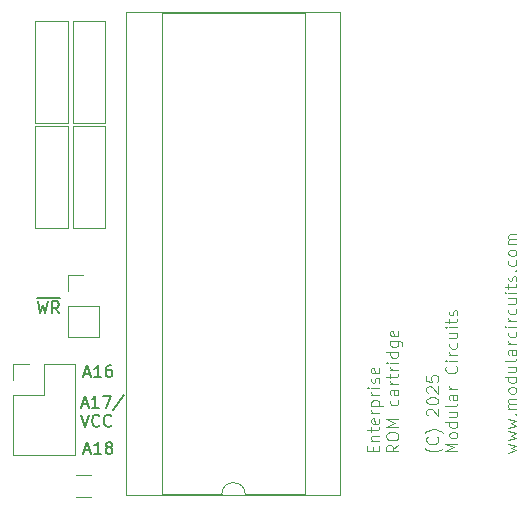
<source format=gbr>
%TF.GenerationSoftware,KiCad,Pcbnew,8.0.8-8.0.8-0~ubuntu24.04.1*%
%TF.CreationDate,2025-02-06T11:49:32-08:00*%
%TF.ProjectId,flash_board,666c6173-685f-4626-9f61-72642e6b6963,rev?*%
%TF.SameCoordinates,Original*%
%TF.FileFunction,Legend,Top*%
%TF.FilePolarity,Positive*%
%FSLAX46Y46*%
G04 Gerber Fmt 4.6, Leading zero omitted, Abs format (unit mm)*
G04 Created by KiCad (PCBNEW 8.0.8-8.0.8-0~ubuntu24.04.1) date 2025-02-06 11:49:32*
%MOMM*%
%LPD*%
G01*
G04 APERTURE LIST*
%ADD10C,0.100000*%
%ADD11C,0.200000*%
%ADD12C,0.120000*%
G04 APERTURE END LIST*
D10*
X151553665Y-108176115D02*
X151553665Y-107842782D01*
X152077475Y-107699925D02*
X152077475Y-108176115D01*
X152077475Y-108176115D02*
X151077475Y-108176115D01*
X151077475Y-108176115D02*
X151077475Y-107699925D01*
X151410808Y-107271353D02*
X152077475Y-107271353D01*
X151506046Y-107271353D02*
X151458427Y-107223734D01*
X151458427Y-107223734D02*
X151410808Y-107128496D01*
X151410808Y-107128496D02*
X151410808Y-106985639D01*
X151410808Y-106985639D02*
X151458427Y-106890401D01*
X151458427Y-106890401D02*
X151553665Y-106842782D01*
X151553665Y-106842782D02*
X152077475Y-106842782D01*
X151410808Y-106509448D02*
X151410808Y-106128496D01*
X151077475Y-106366591D02*
X151934617Y-106366591D01*
X151934617Y-106366591D02*
X152029856Y-106318972D01*
X152029856Y-106318972D02*
X152077475Y-106223734D01*
X152077475Y-106223734D02*
X152077475Y-106128496D01*
X152029856Y-105414210D02*
X152077475Y-105509448D01*
X152077475Y-105509448D02*
X152077475Y-105699924D01*
X152077475Y-105699924D02*
X152029856Y-105795162D01*
X152029856Y-105795162D02*
X151934617Y-105842781D01*
X151934617Y-105842781D02*
X151553665Y-105842781D01*
X151553665Y-105842781D02*
X151458427Y-105795162D01*
X151458427Y-105795162D02*
X151410808Y-105699924D01*
X151410808Y-105699924D02*
X151410808Y-105509448D01*
X151410808Y-105509448D02*
X151458427Y-105414210D01*
X151458427Y-105414210D02*
X151553665Y-105366591D01*
X151553665Y-105366591D02*
X151648903Y-105366591D01*
X151648903Y-105366591D02*
X151744141Y-105842781D01*
X152077475Y-104938019D02*
X151410808Y-104938019D01*
X151601284Y-104938019D02*
X151506046Y-104890400D01*
X151506046Y-104890400D02*
X151458427Y-104842781D01*
X151458427Y-104842781D02*
X151410808Y-104747543D01*
X151410808Y-104747543D02*
X151410808Y-104652305D01*
X151410808Y-104318971D02*
X152410808Y-104318971D01*
X151458427Y-104318971D02*
X151410808Y-104223733D01*
X151410808Y-104223733D02*
X151410808Y-104033257D01*
X151410808Y-104033257D02*
X151458427Y-103938019D01*
X151458427Y-103938019D02*
X151506046Y-103890400D01*
X151506046Y-103890400D02*
X151601284Y-103842781D01*
X151601284Y-103842781D02*
X151886998Y-103842781D01*
X151886998Y-103842781D02*
X151982236Y-103890400D01*
X151982236Y-103890400D02*
X152029856Y-103938019D01*
X152029856Y-103938019D02*
X152077475Y-104033257D01*
X152077475Y-104033257D02*
X152077475Y-104223733D01*
X152077475Y-104223733D02*
X152029856Y-104318971D01*
X152077475Y-103414209D02*
X151410808Y-103414209D01*
X151601284Y-103414209D02*
X151506046Y-103366590D01*
X151506046Y-103366590D02*
X151458427Y-103318971D01*
X151458427Y-103318971D02*
X151410808Y-103223733D01*
X151410808Y-103223733D02*
X151410808Y-103128495D01*
X152077475Y-102795161D02*
X151410808Y-102795161D01*
X151077475Y-102795161D02*
X151125094Y-102842780D01*
X151125094Y-102842780D02*
X151172713Y-102795161D01*
X151172713Y-102795161D02*
X151125094Y-102747542D01*
X151125094Y-102747542D02*
X151077475Y-102795161D01*
X151077475Y-102795161D02*
X151172713Y-102795161D01*
X152029856Y-102366590D02*
X152077475Y-102271352D01*
X152077475Y-102271352D02*
X152077475Y-102080876D01*
X152077475Y-102080876D02*
X152029856Y-101985638D01*
X152029856Y-101985638D02*
X151934617Y-101938019D01*
X151934617Y-101938019D02*
X151886998Y-101938019D01*
X151886998Y-101938019D02*
X151791760Y-101985638D01*
X151791760Y-101985638D02*
X151744141Y-102080876D01*
X151744141Y-102080876D02*
X151744141Y-102223733D01*
X151744141Y-102223733D02*
X151696522Y-102318971D01*
X151696522Y-102318971D02*
X151601284Y-102366590D01*
X151601284Y-102366590D02*
X151553665Y-102366590D01*
X151553665Y-102366590D02*
X151458427Y-102318971D01*
X151458427Y-102318971D02*
X151410808Y-102223733D01*
X151410808Y-102223733D02*
X151410808Y-102080876D01*
X151410808Y-102080876D02*
X151458427Y-101985638D01*
X152029856Y-101128495D02*
X152077475Y-101223733D01*
X152077475Y-101223733D02*
X152077475Y-101414209D01*
X152077475Y-101414209D02*
X152029856Y-101509447D01*
X152029856Y-101509447D02*
X151934617Y-101557066D01*
X151934617Y-101557066D02*
X151553665Y-101557066D01*
X151553665Y-101557066D02*
X151458427Y-101509447D01*
X151458427Y-101509447D02*
X151410808Y-101414209D01*
X151410808Y-101414209D02*
X151410808Y-101223733D01*
X151410808Y-101223733D02*
X151458427Y-101128495D01*
X151458427Y-101128495D02*
X151553665Y-101080876D01*
X151553665Y-101080876D02*
X151648903Y-101080876D01*
X151648903Y-101080876D02*
X151744141Y-101557066D01*
X153687419Y-107604687D02*
X153211228Y-107938020D01*
X153687419Y-108176115D02*
X152687419Y-108176115D01*
X152687419Y-108176115D02*
X152687419Y-107795163D01*
X152687419Y-107795163D02*
X152735038Y-107699925D01*
X152735038Y-107699925D02*
X152782657Y-107652306D01*
X152782657Y-107652306D02*
X152877895Y-107604687D01*
X152877895Y-107604687D02*
X153020752Y-107604687D01*
X153020752Y-107604687D02*
X153115990Y-107652306D01*
X153115990Y-107652306D02*
X153163609Y-107699925D01*
X153163609Y-107699925D02*
X153211228Y-107795163D01*
X153211228Y-107795163D02*
X153211228Y-108176115D01*
X152687419Y-106985639D02*
X152687419Y-106795163D01*
X152687419Y-106795163D02*
X152735038Y-106699925D01*
X152735038Y-106699925D02*
X152830276Y-106604687D01*
X152830276Y-106604687D02*
X153020752Y-106557068D01*
X153020752Y-106557068D02*
X153354085Y-106557068D01*
X153354085Y-106557068D02*
X153544561Y-106604687D01*
X153544561Y-106604687D02*
X153639800Y-106699925D01*
X153639800Y-106699925D02*
X153687419Y-106795163D01*
X153687419Y-106795163D02*
X153687419Y-106985639D01*
X153687419Y-106985639D02*
X153639800Y-107080877D01*
X153639800Y-107080877D02*
X153544561Y-107176115D01*
X153544561Y-107176115D02*
X153354085Y-107223734D01*
X153354085Y-107223734D02*
X153020752Y-107223734D01*
X153020752Y-107223734D02*
X152830276Y-107176115D01*
X152830276Y-107176115D02*
X152735038Y-107080877D01*
X152735038Y-107080877D02*
X152687419Y-106985639D01*
X153687419Y-106128496D02*
X152687419Y-106128496D01*
X152687419Y-106128496D02*
X153401704Y-105795163D01*
X153401704Y-105795163D02*
X152687419Y-105461830D01*
X152687419Y-105461830D02*
X153687419Y-105461830D01*
X153639800Y-103795163D02*
X153687419Y-103890401D01*
X153687419Y-103890401D02*
X153687419Y-104080877D01*
X153687419Y-104080877D02*
X153639800Y-104176115D01*
X153639800Y-104176115D02*
X153592180Y-104223734D01*
X153592180Y-104223734D02*
X153496942Y-104271353D01*
X153496942Y-104271353D02*
X153211228Y-104271353D01*
X153211228Y-104271353D02*
X153115990Y-104223734D01*
X153115990Y-104223734D02*
X153068371Y-104176115D01*
X153068371Y-104176115D02*
X153020752Y-104080877D01*
X153020752Y-104080877D02*
X153020752Y-103890401D01*
X153020752Y-103890401D02*
X153068371Y-103795163D01*
X153687419Y-102938020D02*
X153163609Y-102938020D01*
X153163609Y-102938020D02*
X153068371Y-102985639D01*
X153068371Y-102985639D02*
X153020752Y-103080877D01*
X153020752Y-103080877D02*
X153020752Y-103271353D01*
X153020752Y-103271353D02*
X153068371Y-103366591D01*
X153639800Y-102938020D02*
X153687419Y-103033258D01*
X153687419Y-103033258D02*
X153687419Y-103271353D01*
X153687419Y-103271353D02*
X153639800Y-103366591D01*
X153639800Y-103366591D02*
X153544561Y-103414210D01*
X153544561Y-103414210D02*
X153449323Y-103414210D01*
X153449323Y-103414210D02*
X153354085Y-103366591D01*
X153354085Y-103366591D02*
X153306466Y-103271353D01*
X153306466Y-103271353D02*
X153306466Y-103033258D01*
X153306466Y-103033258D02*
X153258847Y-102938020D01*
X153687419Y-102461829D02*
X153020752Y-102461829D01*
X153211228Y-102461829D02*
X153115990Y-102414210D01*
X153115990Y-102414210D02*
X153068371Y-102366591D01*
X153068371Y-102366591D02*
X153020752Y-102271353D01*
X153020752Y-102271353D02*
X153020752Y-102176115D01*
X153020752Y-101985638D02*
X153020752Y-101604686D01*
X152687419Y-101842781D02*
X153544561Y-101842781D01*
X153544561Y-101842781D02*
X153639800Y-101795162D01*
X153639800Y-101795162D02*
X153687419Y-101699924D01*
X153687419Y-101699924D02*
X153687419Y-101604686D01*
X153687419Y-101271352D02*
X153020752Y-101271352D01*
X153211228Y-101271352D02*
X153115990Y-101223733D01*
X153115990Y-101223733D02*
X153068371Y-101176114D01*
X153068371Y-101176114D02*
X153020752Y-101080876D01*
X153020752Y-101080876D02*
X153020752Y-100985638D01*
X153687419Y-100652304D02*
X153020752Y-100652304D01*
X152687419Y-100652304D02*
X152735038Y-100699923D01*
X152735038Y-100699923D02*
X152782657Y-100652304D01*
X152782657Y-100652304D02*
X152735038Y-100604685D01*
X152735038Y-100604685D02*
X152687419Y-100652304D01*
X152687419Y-100652304D02*
X152782657Y-100652304D01*
X153687419Y-99747543D02*
X152687419Y-99747543D01*
X153639800Y-99747543D02*
X153687419Y-99842781D01*
X153687419Y-99842781D02*
X153687419Y-100033257D01*
X153687419Y-100033257D02*
X153639800Y-100128495D01*
X153639800Y-100128495D02*
X153592180Y-100176114D01*
X153592180Y-100176114D02*
X153496942Y-100223733D01*
X153496942Y-100223733D02*
X153211228Y-100223733D01*
X153211228Y-100223733D02*
X153115990Y-100176114D01*
X153115990Y-100176114D02*
X153068371Y-100128495D01*
X153068371Y-100128495D02*
X153020752Y-100033257D01*
X153020752Y-100033257D02*
X153020752Y-99842781D01*
X153020752Y-99842781D02*
X153068371Y-99747543D01*
X153020752Y-98842781D02*
X153830276Y-98842781D01*
X153830276Y-98842781D02*
X153925514Y-98890400D01*
X153925514Y-98890400D02*
X153973133Y-98938019D01*
X153973133Y-98938019D02*
X154020752Y-99033257D01*
X154020752Y-99033257D02*
X154020752Y-99176114D01*
X154020752Y-99176114D02*
X153973133Y-99271352D01*
X153639800Y-98842781D02*
X153687419Y-98938019D01*
X153687419Y-98938019D02*
X153687419Y-99128495D01*
X153687419Y-99128495D02*
X153639800Y-99223733D01*
X153639800Y-99223733D02*
X153592180Y-99271352D01*
X153592180Y-99271352D02*
X153496942Y-99318971D01*
X153496942Y-99318971D02*
X153211228Y-99318971D01*
X153211228Y-99318971D02*
X153115990Y-99271352D01*
X153115990Y-99271352D02*
X153068371Y-99223733D01*
X153068371Y-99223733D02*
X153020752Y-99128495D01*
X153020752Y-99128495D02*
X153020752Y-98938019D01*
X153020752Y-98938019D02*
X153068371Y-98842781D01*
X153639800Y-97985638D02*
X153687419Y-98080876D01*
X153687419Y-98080876D02*
X153687419Y-98271352D01*
X153687419Y-98271352D02*
X153639800Y-98366590D01*
X153639800Y-98366590D02*
X153544561Y-98414209D01*
X153544561Y-98414209D02*
X153163609Y-98414209D01*
X153163609Y-98414209D02*
X153068371Y-98366590D01*
X153068371Y-98366590D02*
X153020752Y-98271352D01*
X153020752Y-98271352D02*
X153020752Y-98080876D01*
X153020752Y-98080876D02*
X153068371Y-97985638D01*
X153068371Y-97985638D02*
X153163609Y-97938019D01*
X153163609Y-97938019D02*
X153258847Y-97938019D01*
X153258847Y-97938019D02*
X153354085Y-98414209D01*
D11*
X127105054Y-101589504D02*
X127581244Y-101589504D01*
X127009816Y-101875219D02*
X127343149Y-100875219D01*
X127343149Y-100875219D02*
X127676482Y-101875219D01*
X128533625Y-101875219D02*
X127962197Y-101875219D01*
X128247911Y-101875219D02*
X128247911Y-100875219D01*
X128247911Y-100875219D02*
X128152673Y-101018076D01*
X128152673Y-101018076D02*
X128057435Y-101113314D01*
X128057435Y-101113314D02*
X127962197Y-101160933D01*
X129390768Y-100875219D02*
X129200292Y-100875219D01*
X129200292Y-100875219D02*
X129105054Y-100922838D01*
X129105054Y-100922838D02*
X129057435Y-100970457D01*
X129057435Y-100970457D02*
X128962197Y-101113314D01*
X128962197Y-101113314D02*
X128914578Y-101303790D01*
X128914578Y-101303790D02*
X128914578Y-101684742D01*
X128914578Y-101684742D02*
X128962197Y-101779980D01*
X128962197Y-101779980D02*
X129009816Y-101827600D01*
X129009816Y-101827600D02*
X129105054Y-101875219D01*
X129105054Y-101875219D02*
X129295530Y-101875219D01*
X129295530Y-101875219D02*
X129390768Y-101827600D01*
X129390768Y-101827600D02*
X129438387Y-101779980D01*
X129438387Y-101779980D02*
X129486006Y-101684742D01*
X129486006Y-101684742D02*
X129486006Y-101446647D01*
X129486006Y-101446647D02*
X129438387Y-101351409D01*
X129438387Y-101351409D02*
X129390768Y-101303790D01*
X129390768Y-101303790D02*
X129295530Y-101256171D01*
X129295530Y-101256171D02*
X129105054Y-101256171D01*
X129105054Y-101256171D02*
X129009816Y-101303790D01*
X129009816Y-101303790D02*
X128962197Y-101351409D01*
X128962197Y-101351409D02*
X128914578Y-101446647D01*
X126905054Y-104179560D02*
X127381244Y-104179560D01*
X126809816Y-104465275D02*
X127143149Y-103465275D01*
X127143149Y-103465275D02*
X127476482Y-104465275D01*
X128333625Y-104465275D02*
X127762197Y-104465275D01*
X128047911Y-104465275D02*
X128047911Y-103465275D01*
X128047911Y-103465275D02*
X127952673Y-103608132D01*
X127952673Y-103608132D02*
X127857435Y-103703370D01*
X127857435Y-103703370D02*
X127762197Y-103750989D01*
X128666959Y-103465275D02*
X129333625Y-103465275D01*
X129333625Y-103465275D02*
X128905054Y-104465275D01*
X130428863Y-103417656D02*
X129571721Y-104703370D01*
X126809816Y-105075219D02*
X127143149Y-106075219D01*
X127143149Y-106075219D02*
X127476482Y-105075219D01*
X128381244Y-105979980D02*
X128333625Y-106027600D01*
X128333625Y-106027600D02*
X128190768Y-106075219D01*
X128190768Y-106075219D02*
X128095530Y-106075219D01*
X128095530Y-106075219D02*
X127952673Y-106027600D01*
X127952673Y-106027600D02*
X127857435Y-105932361D01*
X127857435Y-105932361D02*
X127809816Y-105837123D01*
X127809816Y-105837123D02*
X127762197Y-105646647D01*
X127762197Y-105646647D02*
X127762197Y-105503790D01*
X127762197Y-105503790D02*
X127809816Y-105313314D01*
X127809816Y-105313314D02*
X127857435Y-105218076D01*
X127857435Y-105218076D02*
X127952673Y-105122838D01*
X127952673Y-105122838D02*
X128095530Y-105075219D01*
X128095530Y-105075219D02*
X128190768Y-105075219D01*
X128190768Y-105075219D02*
X128333625Y-105122838D01*
X128333625Y-105122838D02*
X128381244Y-105170457D01*
X129381244Y-105979980D02*
X129333625Y-106027600D01*
X129333625Y-106027600D02*
X129190768Y-106075219D01*
X129190768Y-106075219D02*
X129095530Y-106075219D01*
X129095530Y-106075219D02*
X128952673Y-106027600D01*
X128952673Y-106027600D02*
X128857435Y-105932361D01*
X128857435Y-105932361D02*
X128809816Y-105837123D01*
X128809816Y-105837123D02*
X128762197Y-105646647D01*
X128762197Y-105646647D02*
X128762197Y-105503790D01*
X128762197Y-105503790D02*
X128809816Y-105313314D01*
X128809816Y-105313314D02*
X128857435Y-105218076D01*
X128857435Y-105218076D02*
X128952673Y-105122838D01*
X128952673Y-105122838D02*
X129095530Y-105075219D01*
X129095530Y-105075219D02*
X129190768Y-105075219D01*
X129190768Y-105075219D02*
X129333625Y-105122838D01*
X129333625Y-105122838D02*
X129381244Y-105170457D01*
D10*
X157458427Y-107890401D02*
X157410808Y-107938020D01*
X157410808Y-107938020D02*
X157267951Y-108033258D01*
X157267951Y-108033258D02*
X157172713Y-108080877D01*
X157172713Y-108080877D02*
X157029856Y-108128496D01*
X157029856Y-108128496D02*
X156791760Y-108176115D01*
X156791760Y-108176115D02*
X156601284Y-108176115D01*
X156601284Y-108176115D02*
X156363189Y-108128496D01*
X156363189Y-108128496D02*
X156220332Y-108080877D01*
X156220332Y-108080877D02*
X156125094Y-108033258D01*
X156125094Y-108033258D02*
X155982236Y-107938020D01*
X155982236Y-107938020D02*
X155934617Y-107890401D01*
X156982236Y-106938020D02*
X157029856Y-106985639D01*
X157029856Y-106985639D02*
X157077475Y-107128496D01*
X157077475Y-107128496D02*
X157077475Y-107223734D01*
X157077475Y-107223734D02*
X157029856Y-107366591D01*
X157029856Y-107366591D02*
X156934617Y-107461829D01*
X156934617Y-107461829D02*
X156839379Y-107509448D01*
X156839379Y-107509448D02*
X156648903Y-107557067D01*
X156648903Y-107557067D02*
X156506046Y-107557067D01*
X156506046Y-107557067D02*
X156315570Y-107509448D01*
X156315570Y-107509448D02*
X156220332Y-107461829D01*
X156220332Y-107461829D02*
X156125094Y-107366591D01*
X156125094Y-107366591D02*
X156077475Y-107223734D01*
X156077475Y-107223734D02*
X156077475Y-107128496D01*
X156077475Y-107128496D02*
X156125094Y-106985639D01*
X156125094Y-106985639D02*
X156172713Y-106938020D01*
X157458427Y-106604686D02*
X157410808Y-106557067D01*
X157410808Y-106557067D02*
X157267951Y-106461829D01*
X157267951Y-106461829D02*
X157172713Y-106414210D01*
X157172713Y-106414210D02*
X157029856Y-106366591D01*
X157029856Y-106366591D02*
X156791760Y-106318972D01*
X156791760Y-106318972D02*
X156601284Y-106318972D01*
X156601284Y-106318972D02*
X156363189Y-106366591D01*
X156363189Y-106366591D02*
X156220332Y-106414210D01*
X156220332Y-106414210D02*
X156125094Y-106461829D01*
X156125094Y-106461829D02*
X155982236Y-106557067D01*
X155982236Y-106557067D02*
X155934617Y-106604686D01*
X156172713Y-105128495D02*
X156125094Y-105080876D01*
X156125094Y-105080876D02*
X156077475Y-104985638D01*
X156077475Y-104985638D02*
X156077475Y-104747543D01*
X156077475Y-104747543D02*
X156125094Y-104652305D01*
X156125094Y-104652305D02*
X156172713Y-104604686D01*
X156172713Y-104604686D02*
X156267951Y-104557067D01*
X156267951Y-104557067D02*
X156363189Y-104557067D01*
X156363189Y-104557067D02*
X156506046Y-104604686D01*
X156506046Y-104604686D02*
X157077475Y-105176114D01*
X157077475Y-105176114D02*
X157077475Y-104557067D01*
X156077475Y-103938019D02*
X156077475Y-103842781D01*
X156077475Y-103842781D02*
X156125094Y-103747543D01*
X156125094Y-103747543D02*
X156172713Y-103699924D01*
X156172713Y-103699924D02*
X156267951Y-103652305D01*
X156267951Y-103652305D02*
X156458427Y-103604686D01*
X156458427Y-103604686D02*
X156696522Y-103604686D01*
X156696522Y-103604686D02*
X156886998Y-103652305D01*
X156886998Y-103652305D02*
X156982236Y-103699924D01*
X156982236Y-103699924D02*
X157029856Y-103747543D01*
X157029856Y-103747543D02*
X157077475Y-103842781D01*
X157077475Y-103842781D02*
X157077475Y-103938019D01*
X157077475Y-103938019D02*
X157029856Y-104033257D01*
X157029856Y-104033257D02*
X156982236Y-104080876D01*
X156982236Y-104080876D02*
X156886998Y-104128495D01*
X156886998Y-104128495D02*
X156696522Y-104176114D01*
X156696522Y-104176114D02*
X156458427Y-104176114D01*
X156458427Y-104176114D02*
X156267951Y-104128495D01*
X156267951Y-104128495D02*
X156172713Y-104080876D01*
X156172713Y-104080876D02*
X156125094Y-104033257D01*
X156125094Y-104033257D02*
X156077475Y-103938019D01*
X156172713Y-103223733D02*
X156125094Y-103176114D01*
X156125094Y-103176114D02*
X156077475Y-103080876D01*
X156077475Y-103080876D02*
X156077475Y-102842781D01*
X156077475Y-102842781D02*
X156125094Y-102747543D01*
X156125094Y-102747543D02*
X156172713Y-102699924D01*
X156172713Y-102699924D02*
X156267951Y-102652305D01*
X156267951Y-102652305D02*
X156363189Y-102652305D01*
X156363189Y-102652305D02*
X156506046Y-102699924D01*
X156506046Y-102699924D02*
X157077475Y-103271352D01*
X157077475Y-103271352D02*
X157077475Y-102652305D01*
X156077475Y-101747543D02*
X156077475Y-102223733D01*
X156077475Y-102223733D02*
X156553665Y-102271352D01*
X156553665Y-102271352D02*
X156506046Y-102223733D01*
X156506046Y-102223733D02*
X156458427Y-102128495D01*
X156458427Y-102128495D02*
X156458427Y-101890400D01*
X156458427Y-101890400D02*
X156506046Y-101795162D01*
X156506046Y-101795162D02*
X156553665Y-101747543D01*
X156553665Y-101747543D02*
X156648903Y-101699924D01*
X156648903Y-101699924D02*
X156886998Y-101699924D01*
X156886998Y-101699924D02*
X156982236Y-101747543D01*
X156982236Y-101747543D02*
X157029856Y-101795162D01*
X157029856Y-101795162D02*
X157077475Y-101890400D01*
X157077475Y-101890400D02*
X157077475Y-102128495D01*
X157077475Y-102128495D02*
X157029856Y-102223733D01*
X157029856Y-102223733D02*
X156982236Y-102271352D01*
X158687419Y-108176115D02*
X157687419Y-108176115D01*
X157687419Y-108176115D02*
X158401704Y-107842782D01*
X158401704Y-107842782D02*
X157687419Y-107509449D01*
X157687419Y-107509449D02*
X158687419Y-107509449D01*
X158687419Y-106890401D02*
X158639800Y-106985639D01*
X158639800Y-106985639D02*
X158592180Y-107033258D01*
X158592180Y-107033258D02*
X158496942Y-107080877D01*
X158496942Y-107080877D02*
X158211228Y-107080877D01*
X158211228Y-107080877D02*
X158115990Y-107033258D01*
X158115990Y-107033258D02*
X158068371Y-106985639D01*
X158068371Y-106985639D02*
X158020752Y-106890401D01*
X158020752Y-106890401D02*
X158020752Y-106747544D01*
X158020752Y-106747544D02*
X158068371Y-106652306D01*
X158068371Y-106652306D02*
X158115990Y-106604687D01*
X158115990Y-106604687D02*
X158211228Y-106557068D01*
X158211228Y-106557068D02*
X158496942Y-106557068D01*
X158496942Y-106557068D02*
X158592180Y-106604687D01*
X158592180Y-106604687D02*
X158639800Y-106652306D01*
X158639800Y-106652306D02*
X158687419Y-106747544D01*
X158687419Y-106747544D02*
X158687419Y-106890401D01*
X158687419Y-105699925D02*
X157687419Y-105699925D01*
X158639800Y-105699925D02*
X158687419Y-105795163D01*
X158687419Y-105795163D02*
X158687419Y-105985639D01*
X158687419Y-105985639D02*
X158639800Y-106080877D01*
X158639800Y-106080877D02*
X158592180Y-106128496D01*
X158592180Y-106128496D02*
X158496942Y-106176115D01*
X158496942Y-106176115D02*
X158211228Y-106176115D01*
X158211228Y-106176115D02*
X158115990Y-106128496D01*
X158115990Y-106128496D02*
X158068371Y-106080877D01*
X158068371Y-106080877D02*
X158020752Y-105985639D01*
X158020752Y-105985639D02*
X158020752Y-105795163D01*
X158020752Y-105795163D02*
X158068371Y-105699925D01*
X158020752Y-104795163D02*
X158687419Y-104795163D01*
X158020752Y-105223734D02*
X158544561Y-105223734D01*
X158544561Y-105223734D02*
X158639800Y-105176115D01*
X158639800Y-105176115D02*
X158687419Y-105080877D01*
X158687419Y-105080877D02*
X158687419Y-104938020D01*
X158687419Y-104938020D02*
X158639800Y-104842782D01*
X158639800Y-104842782D02*
X158592180Y-104795163D01*
X158687419Y-104176115D02*
X158639800Y-104271353D01*
X158639800Y-104271353D02*
X158544561Y-104318972D01*
X158544561Y-104318972D02*
X157687419Y-104318972D01*
X158687419Y-103366591D02*
X158163609Y-103366591D01*
X158163609Y-103366591D02*
X158068371Y-103414210D01*
X158068371Y-103414210D02*
X158020752Y-103509448D01*
X158020752Y-103509448D02*
X158020752Y-103699924D01*
X158020752Y-103699924D02*
X158068371Y-103795162D01*
X158639800Y-103366591D02*
X158687419Y-103461829D01*
X158687419Y-103461829D02*
X158687419Y-103699924D01*
X158687419Y-103699924D02*
X158639800Y-103795162D01*
X158639800Y-103795162D02*
X158544561Y-103842781D01*
X158544561Y-103842781D02*
X158449323Y-103842781D01*
X158449323Y-103842781D02*
X158354085Y-103795162D01*
X158354085Y-103795162D02*
X158306466Y-103699924D01*
X158306466Y-103699924D02*
X158306466Y-103461829D01*
X158306466Y-103461829D02*
X158258847Y-103366591D01*
X158687419Y-102890400D02*
X158020752Y-102890400D01*
X158211228Y-102890400D02*
X158115990Y-102842781D01*
X158115990Y-102842781D02*
X158068371Y-102795162D01*
X158068371Y-102795162D02*
X158020752Y-102699924D01*
X158020752Y-102699924D02*
X158020752Y-102604686D01*
X158592180Y-100938019D02*
X158639800Y-100985638D01*
X158639800Y-100985638D02*
X158687419Y-101128495D01*
X158687419Y-101128495D02*
X158687419Y-101223733D01*
X158687419Y-101223733D02*
X158639800Y-101366590D01*
X158639800Y-101366590D02*
X158544561Y-101461828D01*
X158544561Y-101461828D02*
X158449323Y-101509447D01*
X158449323Y-101509447D02*
X158258847Y-101557066D01*
X158258847Y-101557066D02*
X158115990Y-101557066D01*
X158115990Y-101557066D02*
X157925514Y-101509447D01*
X157925514Y-101509447D02*
X157830276Y-101461828D01*
X157830276Y-101461828D02*
X157735038Y-101366590D01*
X157735038Y-101366590D02*
X157687419Y-101223733D01*
X157687419Y-101223733D02*
X157687419Y-101128495D01*
X157687419Y-101128495D02*
X157735038Y-100985638D01*
X157735038Y-100985638D02*
X157782657Y-100938019D01*
X158687419Y-100509447D02*
X158020752Y-100509447D01*
X157687419Y-100509447D02*
X157735038Y-100557066D01*
X157735038Y-100557066D02*
X157782657Y-100509447D01*
X157782657Y-100509447D02*
X157735038Y-100461828D01*
X157735038Y-100461828D02*
X157687419Y-100509447D01*
X157687419Y-100509447D02*
X157782657Y-100509447D01*
X158687419Y-100033257D02*
X158020752Y-100033257D01*
X158211228Y-100033257D02*
X158115990Y-99985638D01*
X158115990Y-99985638D02*
X158068371Y-99938019D01*
X158068371Y-99938019D02*
X158020752Y-99842781D01*
X158020752Y-99842781D02*
X158020752Y-99747543D01*
X158639800Y-98985638D02*
X158687419Y-99080876D01*
X158687419Y-99080876D02*
X158687419Y-99271352D01*
X158687419Y-99271352D02*
X158639800Y-99366590D01*
X158639800Y-99366590D02*
X158592180Y-99414209D01*
X158592180Y-99414209D02*
X158496942Y-99461828D01*
X158496942Y-99461828D02*
X158211228Y-99461828D01*
X158211228Y-99461828D02*
X158115990Y-99414209D01*
X158115990Y-99414209D02*
X158068371Y-99366590D01*
X158068371Y-99366590D02*
X158020752Y-99271352D01*
X158020752Y-99271352D02*
X158020752Y-99080876D01*
X158020752Y-99080876D02*
X158068371Y-98985638D01*
X158020752Y-98128495D02*
X158687419Y-98128495D01*
X158020752Y-98557066D02*
X158544561Y-98557066D01*
X158544561Y-98557066D02*
X158639800Y-98509447D01*
X158639800Y-98509447D02*
X158687419Y-98414209D01*
X158687419Y-98414209D02*
X158687419Y-98271352D01*
X158687419Y-98271352D02*
X158639800Y-98176114D01*
X158639800Y-98176114D02*
X158592180Y-98128495D01*
X158687419Y-97652304D02*
X158020752Y-97652304D01*
X157687419Y-97652304D02*
X157735038Y-97699923D01*
X157735038Y-97699923D02*
X157782657Y-97652304D01*
X157782657Y-97652304D02*
X157735038Y-97604685D01*
X157735038Y-97604685D02*
X157687419Y-97652304D01*
X157687419Y-97652304D02*
X157782657Y-97652304D01*
X158020752Y-97318971D02*
X158020752Y-96938019D01*
X157687419Y-97176114D02*
X158544561Y-97176114D01*
X158544561Y-97176114D02*
X158639800Y-97128495D01*
X158639800Y-97128495D02*
X158687419Y-97033257D01*
X158687419Y-97033257D02*
X158687419Y-96938019D01*
X158639800Y-96652304D02*
X158687419Y-96557066D01*
X158687419Y-96557066D02*
X158687419Y-96366590D01*
X158687419Y-96366590D02*
X158639800Y-96271352D01*
X158639800Y-96271352D02*
X158544561Y-96223733D01*
X158544561Y-96223733D02*
X158496942Y-96223733D01*
X158496942Y-96223733D02*
X158401704Y-96271352D01*
X158401704Y-96271352D02*
X158354085Y-96366590D01*
X158354085Y-96366590D02*
X158354085Y-96509447D01*
X158354085Y-96509447D02*
X158306466Y-96604685D01*
X158306466Y-96604685D02*
X158211228Y-96652304D01*
X158211228Y-96652304D02*
X158163609Y-96652304D01*
X158163609Y-96652304D02*
X158068371Y-96604685D01*
X158068371Y-96604685D02*
X158020752Y-96509447D01*
X158020752Y-96509447D02*
X158020752Y-96366590D01*
X158020752Y-96366590D02*
X158068371Y-96271352D01*
X163020752Y-108271353D02*
X163687419Y-108080877D01*
X163687419Y-108080877D02*
X163211228Y-107890401D01*
X163211228Y-107890401D02*
X163687419Y-107699925D01*
X163687419Y-107699925D02*
X163020752Y-107509449D01*
X163020752Y-107223734D02*
X163687419Y-107033258D01*
X163687419Y-107033258D02*
X163211228Y-106842782D01*
X163211228Y-106842782D02*
X163687419Y-106652306D01*
X163687419Y-106652306D02*
X163020752Y-106461830D01*
X163020752Y-106176115D02*
X163687419Y-105985639D01*
X163687419Y-105985639D02*
X163211228Y-105795163D01*
X163211228Y-105795163D02*
X163687419Y-105604687D01*
X163687419Y-105604687D02*
X163020752Y-105414211D01*
X163592180Y-105033258D02*
X163639800Y-104985639D01*
X163639800Y-104985639D02*
X163687419Y-105033258D01*
X163687419Y-105033258D02*
X163639800Y-105080877D01*
X163639800Y-105080877D02*
X163592180Y-105033258D01*
X163592180Y-105033258D02*
X163687419Y-105033258D01*
X163687419Y-104557068D02*
X163020752Y-104557068D01*
X163115990Y-104557068D02*
X163068371Y-104509449D01*
X163068371Y-104509449D02*
X163020752Y-104414211D01*
X163020752Y-104414211D02*
X163020752Y-104271354D01*
X163020752Y-104271354D02*
X163068371Y-104176116D01*
X163068371Y-104176116D02*
X163163609Y-104128497D01*
X163163609Y-104128497D02*
X163687419Y-104128497D01*
X163163609Y-104128497D02*
X163068371Y-104080878D01*
X163068371Y-104080878D02*
X163020752Y-103985640D01*
X163020752Y-103985640D02*
X163020752Y-103842783D01*
X163020752Y-103842783D02*
X163068371Y-103747544D01*
X163068371Y-103747544D02*
X163163609Y-103699925D01*
X163163609Y-103699925D02*
X163687419Y-103699925D01*
X163687419Y-103080878D02*
X163639800Y-103176116D01*
X163639800Y-103176116D02*
X163592180Y-103223735D01*
X163592180Y-103223735D02*
X163496942Y-103271354D01*
X163496942Y-103271354D02*
X163211228Y-103271354D01*
X163211228Y-103271354D02*
X163115990Y-103223735D01*
X163115990Y-103223735D02*
X163068371Y-103176116D01*
X163068371Y-103176116D02*
X163020752Y-103080878D01*
X163020752Y-103080878D02*
X163020752Y-102938021D01*
X163020752Y-102938021D02*
X163068371Y-102842783D01*
X163068371Y-102842783D02*
X163115990Y-102795164D01*
X163115990Y-102795164D02*
X163211228Y-102747545D01*
X163211228Y-102747545D02*
X163496942Y-102747545D01*
X163496942Y-102747545D02*
X163592180Y-102795164D01*
X163592180Y-102795164D02*
X163639800Y-102842783D01*
X163639800Y-102842783D02*
X163687419Y-102938021D01*
X163687419Y-102938021D02*
X163687419Y-103080878D01*
X163687419Y-101890402D02*
X162687419Y-101890402D01*
X163639800Y-101890402D02*
X163687419Y-101985640D01*
X163687419Y-101985640D02*
X163687419Y-102176116D01*
X163687419Y-102176116D02*
X163639800Y-102271354D01*
X163639800Y-102271354D02*
X163592180Y-102318973D01*
X163592180Y-102318973D02*
X163496942Y-102366592D01*
X163496942Y-102366592D02*
X163211228Y-102366592D01*
X163211228Y-102366592D02*
X163115990Y-102318973D01*
X163115990Y-102318973D02*
X163068371Y-102271354D01*
X163068371Y-102271354D02*
X163020752Y-102176116D01*
X163020752Y-102176116D02*
X163020752Y-101985640D01*
X163020752Y-101985640D02*
X163068371Y-101890402D01*
X163020752Y-100985640D02*
X163687419Y-100985640D01*
X163020752Y-101414211D02*
X163544561Y-101414211D01*
X163544561Y-101414211D02*
X163639800Y-101366592D01*
X163639800Y-101366592D02*
X163687419Y-101271354D01*
X163687419Y-101271354D02*
X163687419Y-101128497D01*
X163687419Y-101128497D02*
X163639800Y-101033259D01*
X163639800Y-101033259D02*
X163592180Y-100985640D01*
X163687419Y-100366592D02*
X163639800Y-100461830D01*
X163639800Y-100461830D02*
X163544561Y-100509449D01*
X163544561Y-100509449D02*
X162687419Y-100509449D01*
X163687419Y-99557068D02*
X163163609Y-99557068D01*
X163163609Y-99557068D02*
X163068371Y-99604687D01*
X163068371Y-99604687D02*
X163020752Y-99699925D01*
X163020752Y-99699925D02*
X163020752Y-99890401D01*
X163020752Y-99890401D02*
X163068371Y-99985639D01*
X163639800Y-99557068D02*
X163687419Y-99652306D01*
X163687419Y-99652306D02*
X163687419Y-99890401D01*
X163687419Y-99890401D02*
X163639800Y-99985639D01*
X163639800Y-99985639D02*
X163544561Y-100033258D01*
X163544561Y-100033258D02*
X163449323Y-100033258D01*
X163449323Y-100033258D02*
X163354085Y-99985639D01*
X163354085Y-99985639D02*
X163306466Y-99890401D01*
X163306466Y-99890401D02*
X163306466Y-99652306D01*
X163306466Y-99652306D02*
X163258847Y-99557068D01*
X163687419Y-99080877D02*
X163020752Y-99080877D01*
X163211228Y-99080877D02*
X163115990Y-99033258D01*
X163115990Y-99033258D02*
X163068371Y-98985639D01*
X163068371Y-98985639D02*
X163020752Y-98890401D01*
X163020752Y-98890401D02*
X163020752Y-98795163D01*
X163639800Y-98033258D02*
X163687419Y-98128496D01*
X163687419Y-98128496D02*
X163687419Y-98318972D01*
X163687419Y-98318972D02*
X163639800Y-98414210D01*
X163639800Y-98414210D02*
X163592180Y-98461829D01*
X163592180Y-98461829D02*
X163496942Y-98509448D01*
X163496942Y-98509448D02*
X163211228Y-98509448D01*
X163211228Y-98509448D02*
X163115990Y-98461829D01*
X163115990Y-98461829D02*
X163068371Y-98414210D01*
X163068371Y-98414210D02*
X163020752Y-98318972D01*
X163020752Y-98318972D02*
X163020752Y-98128496D01*
X163020752Y-98128496D02*
X163068371Y-98033258D01*
X163687419Y-97604686D02*
X163020752Y-97604686D01*
X162687419Y-97604686D02*
X162735038Y-97652305D01*
X162735038Y-97652305D02*
X162782657Y-97604686D01*
X162782657Y-97604686D02*
X162735038Y-97557067D01*
X162735038Y-97557067D02*
X162687419Y-97604686D01*
X162687419Y-97604686D02*
X162782657Y-97604686D01*
X163687419Y-97128496D02*
X163020752Y-97128496D01*
X163211228Y-97128496D02*
X163115990Y-97080877D01*
X163115990Y-97080877D02*
X163068371Y-97033258D01*
X163068371Y-97033258D02*
X163020752Y-96938020D01*
X163020752Y-96938020D02*
X163020752Y-96842782D01*
X163639800Y-96080877D02*
X163687419Y-96176115D01*
X163687419Y-96176115D02*
X163687419Y-96366591D01*
X163687419Y-96366591D02*
X163639800Y-96461829D01*
X163639800Y-96461829D02*
X163592180Y-96509448D01*
X163592180Y-96509448D02*
X163496942Y-96557067D01*
X163496942Y-96557067D02*
X163211228Y-96557067D01*
X163211228Y-96557067D02*
X163115990Y-96509448D01*
X163115990Y-96509448D02*
X163068371Y-96461829D01*
X163068371Y-96461829D02*
X163020752Y-96366591D01*
X163020752Y-96366591D02*
X163020752Y-96176115D01*
X163020752Y-96176115D02*
X163068371Y-96080877D01*
X163020752Y-95223734D02*
X163687419Y-95223734D01*
X163020752Y-95652305D02*
X163544561Y-95652305D01*
X163544561Y-95652305D02*
X163639800Y-95604686D01*
X163639800Y-95604686D02*
X163687419Y-95509448D01*
X163687419Y-95509448D02*
X163687419Y-95366591D01*
X163687419Y-95366591D02*
X163639800Y-95271353D01*
X163639800Y-95271353D02*
X163592180Y-95223734D01*
X163687419Y-94747543D02*
X163020752Y-94747543D01*
X162687419Y-94747543D02*
X162735038Y-94795162D01*
X162735038Y-94795162D02*
X162782657Y-94747543D01*
X162782657Y-94747543D02*
X162735038Y-94699924D01*
X162735038Y-94699924D02*
X162687419Y-94747543D01*
X162687419Y-94747543D02*
X162782657Y-94747543D01*
X163020752Y-94414210D02*
X163020752Y-94033258D01*
X162687419Y-94271353D02*
X163544561Y-94271353D01*
X163544561Y-94271353D02*
X163639800Y-94223734D01*
X163639800Y-94223734D02*
X163687419Y-94128496D01*
X163687419Y-94128496D02*
X163687419Y-94033258D01*
X163639800Y-93747543D02*
X163687419Y-93652305D01*
X163687419Y-93652305D02*
X163687419Y-93461829D01*
X163687419Y-93461829D02*
X163639800Y-93366591D01*
X163639800Y-93366591D02*
X163544561Y-93318972D01*
X163544561Y-93318972D02*
X163496942Y-93318972D01*
X163496942Y-93318972D02*
X163401704Y-93366591D01*
X163401704Y-93366591D02*
X163354085Y-93461829D01*
X163354085Y-93461829D02*
X163354085Y-93604686D01*
X163354085Y-93604686D02*
X163306466Y-93699924D01*
X163306466Y-93699924D02*
X163211228Y-93747543D01*
X163211228Y-93747543D02*
X163163609Y-93747543D01*
X163163609Y-93747543D02*
X163068371Y-93699924D01*
X163068371Y-93699924D02*
X163020752Y-93604686D01*
X163020752Y-93604686D02*
X163020752Y-93461829D01*
X163020752Y-93461829D02*
X163068371Y-93366591D01*
X163592180Y-92890400D02*
X163639800Y-92842781D01*
X163639800Y-92842781D02*
X163687419Y-92890400D01*
X163687419Y-92890400D02*
X163639800Y-92938019D01*
X163639800Y-92938019D02*
X163592180Y-92890400D01*
X163592180Y-92890400D02*
X163687419Y-92890400D01*
X163639800Y-91985639D02*
X163687419Y-92080877D01*
X163687419Y-92080877D02*
X163687419Y-92271353D01*
X163687419Y-92271353D02*
X163639800Y-92366591D01*
X163639800Y-92366591D02*
X163592180Y-92414210D01*
X163592180Y-92414210D02*
X163496942Y-92461829D01*
X163496942Y-92461829D02*
X163211228Y-92461829D01*
X163211228Y-92461829D02*
X163115990Y-92414210D01*
X163115990Y-92414210D02*
X163068371Y-92366591D01*
X163068371Y-92366591D02*
X163020752Y-92271353D01*
X163020752Y-92271353D02*
X163020752Y-92080877D01*
X163020752Y-92080877D02*
X163068371Y-91985639D01*
X163687419Y-91414210D02*
X163639800Y-91509448D01*
X163639800Y-91509448D02*
X163592180Y-91557067D01*
X163592180Y-91557067D02*
X163496942Y-91604686D01*
X163496942Y-91604686D02*
X163211228Y-91604686D01*
X163211228Y-91604686D02*
X163115990Y-91557067D01*
X163115990Y-91557067D02*
X163068371Y-91509448D01*
X163068371Y-91509448D02*
X163020752Y-91414210D01*
X163020752Y-91414210D02*
X163020752Y-91271353D01*
X163020752Y-91271353D02*
X163068371Y-91176115D01*
X163068371Y-91176115D02*
X163115990Y-91128496D01*
X163115990Y-91128496D02*
X163211228Y-91080877D01*
X163211228Y-91080877D02*
X163496942Y-91080877D01*
X163496942Y-91080877D02*
X163592180Y-91128496D01*
X163592180Y-91128496D02*
X163639800Y-91176115D01*
X163639800Y-91176115D02*
X163687419Y-91271353D01*
X163687419Y-91271353D02*
X163687419Y-91414210D01*
X163687419Y-90652305D02*
X163020752Y-90652305D01*
X163115990Y-90652305D02*
X163068371Y-90604686D01*
X163068371Y-90604686D02*
X163020752Y-90509448D01*
X163020752Y-90509448D02*
X163020752Y-90366591D01*
X163020752Y-90366591D02*
X163068371Y-90271353D01*
X163068371Y-90271353D02*
X163163609Y-90223734D01*
X163163609Y-90223734D02*
X163687419Y-90223734D01*
X163163609Y-90223734D02*
X163068371Y-90176115D01*
X163068371Y-90176115D02*
X163020752Y-90080877D01*
X163020752Y-90080877D02*
X163020752Y-89938020D01*
X163020752Y-89938020D02*
X163068371Y-89842781D01*
X163068371Y-89842781D02*
X163163609Y-89795162D01*
X163163609Y-89795162D02*
X163687419Y-89795162D01*
D11*
X127105054Y-108089504D02*
X127581244Y-108089504D01*
X127009816Y-108375219D02*
X127343149Y-107375219D01*
X127343149Y-107375219D02*
X127676482Y-108375219D01*
X128533625Y-108375219D02*
X127962197Y-108375219D01*
X128247911Y-108375219D02*
X128247911Y-107375219D01*
X128247911Y-107375219D02*
X128152673Y-107518076D01*
X128152673Y-107518076D02*
X128057435Y-107613314D01*
X128057435Y-107613314D02*
X127962197Y-107660933D01*
X129105054Y-107803790D02*
X129009816Y-107756171D01*
X129009816Y-107756171D02*
X128962197Y-107708552D01*
X128962197Y-107708552D02*
X128914578Y-107613314D01*
X128914578Y-107613314D02*
X128914578Y-107565695D01*
X128914578Y-107565695D02*
X128962197Y-107470457D01*
X128962197Y-107470457D02*
X129009816Y-107422838D01*
X129009816Y-107422838D02*
X129105054Y-107375219D01*
X129105054Y-107375219D02*
X129295530Y-107375219D01*
X129295530Y-107375219D02*
X129390768Y-107422838D01*
X129390768Y-107422838D02*
X129438387Y-107470457D01*
X129438387Y-107470457D02*
X129486006Y-107565695D01*
X129486006Y-107565695D02*
X129486006Y-107613314D01*
X129486006Y-107613314D02*
X129438387Y-107708552D01*
X129438387Y-107708552D02*
X129390768Y-107756171D01*
X129390768Y-107756171D02*
X129295530Y-107803790D01*
X129295530Y-107803790D02*
X129105054Y-107803790D01*
X129105054Y-107803790D02*
X129009816Y-107851409D01*
X129009816Y-107851409D02*
X128962197Y-107899028D01*
X128962197Y-107899028D02*
X128914578Y-107994266D01*
X128914578Y-107994266D02*
X128914578Y-108184742D01*
X128914578Y-108184742D02*
X128962197Y-108279980D01*
X128962197Y-108279980D02*
X129009816Y-108327600D01*
X129009816Y-108327600D02*
X129105054Y-108375219D01*
X129105054Y-108375219D02*
X129295530Y-108375219D01*
X129295530Y-108375219D02*
X129390768Y-108327600D01*
X129390768Y-108327600D02*
X129438387Y-108279980D01*
X129438387Y-108279980D02*
X129486006Y-108184742D01*
X129486006Y-108184742D02*
X129486006Y-107994266D01*
X129486006Y-107994266D02*
X129438387Y-107899028D01*
X129438387Y-107899028D02*
X129390768Y-107851409D01*
X129390768Y-107851409D02*
X129295530Y-107803790D01*
X123157435Y-95475219D02*
X123395530Y-96475219D01*
X123395530Y-96475219D02*
X123586006Y-95760933D01*
X123586006Y-95760933D02*
X123776482Y-96475219D01*
X123776482Y-96475219D02*
X124014578Y-95475219D01*
X124966958Y-96475219D02*
X124633625Y-95999028D01*
X124395530Y-96475219D02*
X124395530Y-95475219D01*
X124395530Y-95475219D02*
X124776482Y-95475219D01*
X124776482Y-95475219D02*
X124871720Y-95522838D01*
X124871720Y-95522838D02*
X124919339Y-95570457D01*
X124919339Y-95570457D02*
X124966958Y-95665695D01*
X124966958Y-95665695D02*
X124966958Y-95808552D01*
X124966958Y-95808552D02*
X124919339Y-95903790D01*
X124919339Y-95903790D02*
X124871720Y-95951409D01*
X124871720Y-95951409D02*
X124776482Y-95999028D01*
X124776482Y-95999028D02*
X124395530Y-95999028D01*
X123114578Y-95197600D02*
X125057435Y-95197600D01*
D12*
%TO.C,JP1*%
X125700000Y-93280000D02*
X127030000Y-93280000D01*
X125700000Y-94610000D02*
X125700000Y-93280000D01*
X125700000Y-95880000D02*
X125700000Y-98480000D01*
X125700000Y-95880000D02*
X128360000Y-95880000D01*
X125700000Y-98480000D02*
X128360000Y-98480000D01*
X128360000Y-95880000D02*
X128360000Y-98480000D01*
%TO.C,J2*%
X121098000Y-100778000D02*
X122428000Y-100778000D01*
X121098000Y-102108000D02*
X121098000Y-100778000D01*
X121098000Y-103378000D02*
X121098000Y-108518000D01*
X121098000Y-103378000D02*
X123698000Y-103378000D01*
X121098000Y-108518000D02*
X126298000Y-108518000D01*
X123698000Y-100778000D02*
X126298000Y-100778000D01*
X123698000Y-103378000D02*
X123698000Y-100778000D01*
X126298000Y-100778000D02*
X126298000Y-108518000D01*
%TO.C,R2*%
X122943000Y-71758000D02*
X125723000Y-71758000D01*
X122943000Y-80378000D02*
X122943000Y-71758000D01*
X122943000Y-80378000D02*
X125723000Y-80378000D01*
X125723000Y-80378000D02*
X125723000Y-71758000D01*
%TO.C,R1*%
X126118000Y-80658000D02*
X126118000Y-89278000D01*
X128898000Y-80658000D02*
X126118000Y-80658000D01*
X128898000Y-80658000D02*
X128898000Y-89278000D01*
X128898000Y-89278000D02*
X126118000Y-89278000D01*
%TO.C,C1*%
X127684000Y-110205000D02*
X126426000Y-110205000D01*
X127684000Y-112045000D02*
X126426000Y-112045000D01*
%TO.C,R3*%
X126118000Y-71758000D02*
X128898000Y-71758000D01*
X126118000Y-80378000D02*
X126118000Y-71758000D01*
X126118000Y-80378000D02*
X128898000Y-80378000D01*
X128898000Y-80378000D02*
X128898000Y-71758000D01*
%TO.C,U1*%
X130675000Y-71000000D02*
X130675000Y-111880000D01*
X130675000Y-111880000D02*
X148795000Y-111880000D01*
X133675000Y-71060000D02*
X133675000Y-111820000D01*
X133675000Y-111820000D02*
X138735000Y-111820000D01*
X140735000Y-111820000D02*
X145795000Y-111820000D01*
X145795000Y-71060000D02*
X133675000Y-71060000D01*
X145795000Y-111820000D02*
X145795000Y-71060000D01*
X148795000Y-71000000D02*
X130675000Y-71000000D01*
X148795000Y-111880000D02*
X148795000Y-71000000D01*
X138735000Y-111820000D02*
G75*
G02*
X140735000Y-111820000I1000000J0D01*
G01*
%TO.C,R4*%
X122943000Y-80648000D02*
X125723000Y-80648000D01*
X122943000Y-89268000D02*
X122943000Y-80648000D01*
X122943000Y-89268000D02*
X125723000Y-89268000D01*
X125723000Y-89268000D02*
X125723000Y-80648000D01*
%TD*%
M02*

</source>
